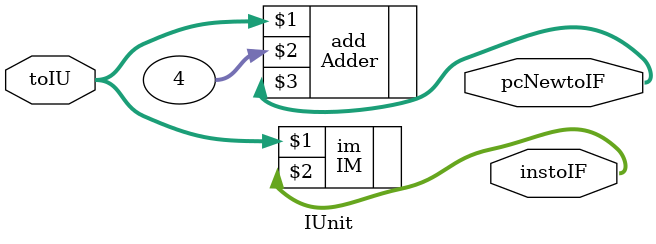
<source format=v>
module IUnit (toIU, pcNewtoIF, instoIF);
  input [31:0] toIU;
  output [31:0] pcNewtoIF, instoIF;

  Adder add(toIU, 4, pcNewtoIF);

  IM im(toIU, instoIF);

endmodule // IUnit

</source>
